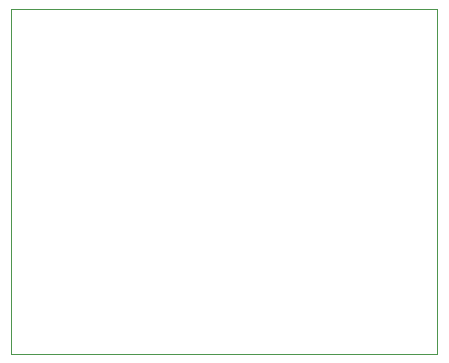
<source format=gm1>
G04 #@! TF.GenerationSoftware,KiCad,Pcbnew,7.0.2-0*
G04 #@! TF.CreationDate,2023-04-23T22:33:32-05:00*
G04 #@! TF.ProjectId,spud_glo_mini,73707564-5f67-46c6-9f5f-6d696e692e6b,rev?*
G04 #@! TF.SameCoordinates,Original*
G04 #@! TF.FileFunction,Profile,NP*
%FSLAX46Y46*%
G04 Gerber Fmt 4.6, Leading zero omitted, Abs format (unit mm)*
G04 Created by KiCad (PCBNEW 7.0.2-0) date 2023-04-23 22:33:32*
%MOMM*%
%LPD*%
G01*
G04 APERTURE LIST*
G04 #@! TA.AperFunction,Profile*
%ADD10C,0.100000*%
G04 #@! TD*
G04 APERTURE END LIST*
D10*
X143004999Y-100362500D02*
X179084999Y-100362500D01*
X179084999Y-129532500D01*
X143004999Y-129532500D01*
X143004999Y-100362500D01*
M02*

</source>
